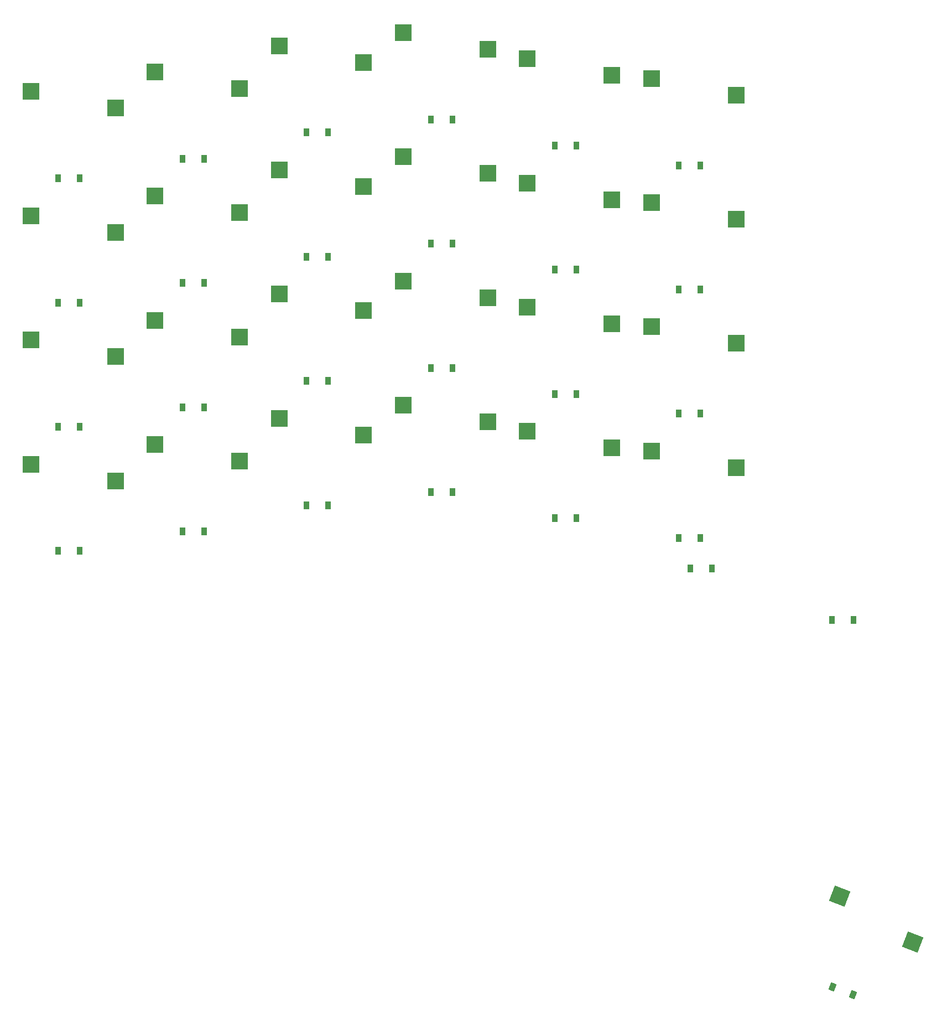
<source format=gbr>
%TF.GenerationSoftware,KiCad,Pcbnew,(6.0.8)*%
%TF.CreationDate,2022-12-10T18:32:28-07:00*%
%TF.ProjectId,scaarix_flow,73636161-7269-4785-9f66-6c6f772e6b69,v1.0.0*%
%TF.SameCoordinates,Original*%
%TF.FileFunction,Paste,Top*%
%TF.FilePolarity,Positive*%
%FSLAX46Y46*%
G04 Gerber Fmt 4.6, Leading zero omitted, Abs format (unit mm)*
G04 Created by KiCad (PCBNEW (6.0.8)) date 2022-12-10 18:32:28*
%MOMM*%
%LPD*%
G01*
G04 APERTURE LIST*
G04 Aperture macros list*
%AMRotRect*
0 Rectangle, with rotation*
0 The origin of the aperture is its center*
0 $1 length*
0 $2 width*
0 $3 Rotation angle, in degrees counterclockwise*
0 Add horizontal line*
21,1,$1,$2,0,0,$3*%
G04 Aperture macros list end*
%ADD10R,2.550000X2.500000*%
%ADD11R,0.900000X1.200000*%
%ADD12RotRect,2.550000X2.500000X159.000000*%
%ADD13RotRect,0.900000X1.200000X339.000000*%
G04 APERTURE END LIST*
D10*
%TO.C,S18*%
X228463500Y-102871500D03*
X215536500Y-100331500D03*
%TD*%
%TO.C,S7*%
X171463500Y-85871500D03*
X158536500Y-83331500D03*
%TD*%
%TO.C,S4*%
X152463500Y-69871500D03*
X139536500Y-67331500D03*
%TD*%
%TO.C,S22*%
X247463500Y-105871500D03*
X234536500Y-103331500D03*
%TD*%
%TO.C,S13*%
X209463500Y-117871500D03*
X196536500Y-115331500D03*
%TD*%
D11*
%TO.C,D19*%
X219728500Y-94611500D03*
X223028500Y-94611500D03*
%TD*%
%TO.C,D4*%
X143728500Y-80611500D03*
X147028500Y-80611500D03*
%TD*%
D10*
%TO.C,S11*%
X190463500Y-81871500D03*
X177536500Y-79331500D03*
%TD*%
%TO.C,S8*%
X171463500Y-66871500D03*
X158536500Y-64331500D03*
%TD*%
D11*
%TO.C,D21*%
X238728500Y-135611500D03*
X242028500Y-135611500D03*
%TD*%
%TO.C,D16*%
X200728500Y-71611500D03*
X204028500Y-71611500D03*
%TD*%
D10*
%TO.C,S17*%
X228463500Y-121871500D03*
X215536500Y-119331500D03*
%TD*%
D11*
%TO.C,D5*%
X162728500Y-134611500D03*
X166028500Y-134611500D03*
%TD*%
%TO.C,D7*%
X162728500Y-96611500D03*
X166028500Y-96611500D03*
%TD*%
D10*
%TO.C,S12*%
X190463500Y-62871500D03*
X177536500Y-60331500D03*
%TD*%
D11*
%TO.C,D2*%
X143728500Y-118611500D03*
X147028500Y-118611500D03*
%TD*%
D10*
%TO.C,S10*%
X190463500Y-100871500D03*
X177536500Y-98331500D03*
%TD*%
%TO.C,S6*%
X171463500Y-104871500D03*
X158536500Y-102331500D03*
%TD*%
D11*
%TO.C,D14*%
X200728500Y-109611500D03*
X204028500Y-109611500D03*
%TD*%
%TO.C,D20*%
X219728500Y-75611500D03*
X223028500Y-75611500D03*
%TD*%
D10*
%TO.C,S2*%
X152463500Y-107871500D03*
X139536500Y-105331500D03*
%TD*%
D11*
%TO.C,D13*%
X200728500Y-128611500D03*
X204028500Y-128611500D03*
%TD*%
D10*
%TO.C,S20*%
X228463500Y-64871500D03*
X215536500Y-62331500D03*
%TD*%
D11*
%TO.C,D17*%
X219728500Y-132611500D03*
X223028500Y-132611500D03*
%TD*%
D10*
%TO.C,S19*%
X228463500Y-83871500D03*
X215536500Y-81331500D03*
%TD*%
%TO.C,S15*%
X209463500Y-79871500D03*
X196536500Y-77331500D03*
%TD*%
D12*
%TO.C,S27*%
X274503172Y-197413017D03*
X263345032Y-190409100D03*
%TD*%
D11*
%TO.C,D6*%
X162728500Y-115611500D03*
X166028500Y-115611500D03*
%TD*%
%TO.C,D18*%
X219728500Y-113611500D03*
X223028500Y-113611500D03*
%TD*%
%TO.C,D11*%
X181728500Y-92611500D03*
X185028500Y-92611500D03*
%TD*%
D10*
%TO.C,S21*%
X247463500Y-124871500D03*
X234536500Y-122331500D03*
%TD*%
%TO.C,S9*%
X190463500Y-119871500D03*
X177536500Y-117331500D03*
%TD*%
D11*
%TO.C,D22*%
X238728500Y-116611500D03*
X242028500Y-116611500D03*
%TD*%
%TO.C,D12*%
X181728500Y-73611500D03*
X185028500Y-73611500D03*
%TD*%
%TO.C,D25*%
X240515570Y-140311500D03*
X243815570Y-140311500D03*
%TD*%
%TO.C,D26*%
X262128500Y-148177964D03*
X265428500Y-148177964D03*
%TD*%
D10*
%TO.C,S23*%
X247463500Y-86871500D03*
X234536500Y-84331500D03*
%TD*%
D11*
%TO.C,D15*%
X200728500Y-90611500D03*
X204028500Y-90611500D03*
%TD*%
%TO.C,D23*%
X238728500Y-97611500D03*
X242028500Y-97611500D03*
%TD*%
%TO.C,D24*%
X238728500Y-78611500D03*
X242028500Y-78611500D03*
%TD*%
D10*
%TO.C,S16*%
X209463500Y-60871500D03*
X196536500Y-58331500D03*
%TD*%
%TO.C,S5*%
X171463500Y-123871500D03*
X158536500Y-121331500D03*
%TD*%
D13*
%TO.C,D27*%
X262252805Y-204309327D03*
X265333621Y-205491941D03*
%TD*%
D10*
%TO.C,S1*%
X152463500Y-126871500D03*
X139536500Y-124331500D03*
%TD*%
%TO.C,S14*%
X209463500Y-98871500D03*
X196536500Y-96331500D03*
%TD*%
D11*
%TO.C,D8*%
X162728500Y-77611500D03*
X166028500Y-77611500D03*
%TD*%
%TO.C,D10*%
X181728500Y-111611500D03*
X185028500Y-111611500D03*
%TD*%
%TO.C,D9*%
X181728500Y-130611500D03*
X185028500Y-130611500D03*
%TD*%
%TO.C,D1*%
X143728500Y-137611500D03*
X147028500Y-137611500D03*
%TD*%
%TO.C,D3*%
X143728500Y-99611500D03*
X147028500Y-99611500D03*
%TD*%
D10*
%TO.C,S3*%
X152463500Y-88871500D03*
X139536500Y-86331500D03*
%TD*%
%TO.C,S24*%
X247463500Y-67871500D03*
X234536500Y-65331500D03*
%TD*%
M02*

</source>
